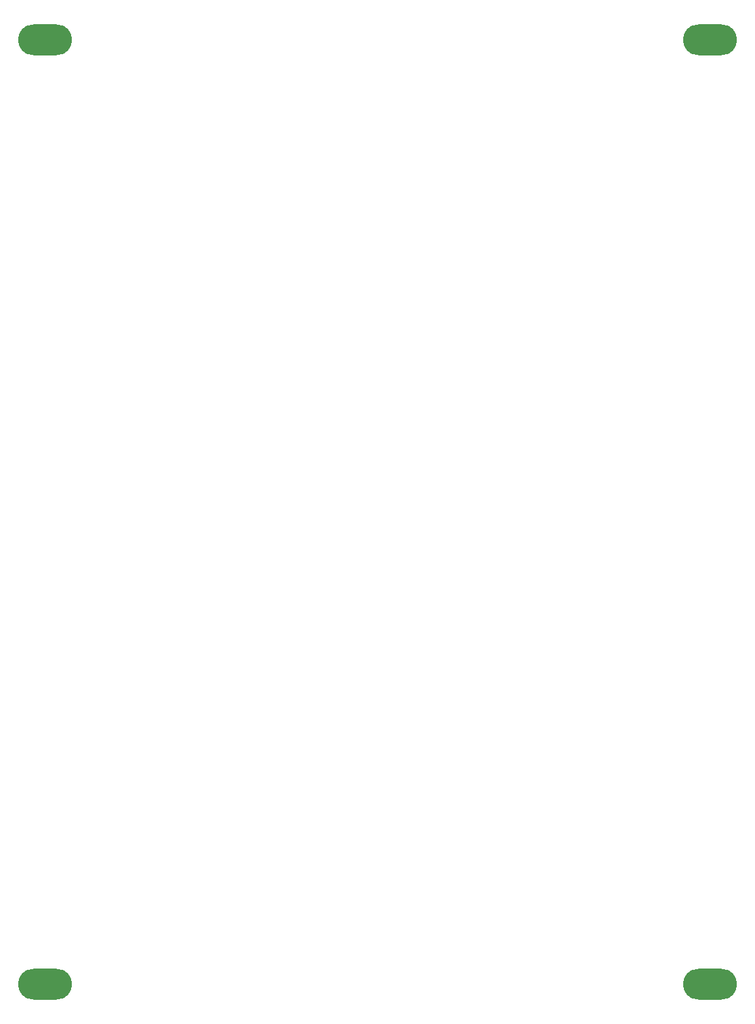
<source format=gts>
%TF.GenerationSoftware,KiCad,Pcbnew,(6.0.6-0)*%
%TF.CreationDate,2022-06-29T08:56:10+01:00*%
%TF.ProjectId,magnum-front-panel,6d61676e-756d-42d6-9672-6f6e742d7061,r03*%
%TF.SameCoordinates,Original*%
%TF.FileFunction,Soldermask,Top*%
%TF.FilePolarity,Negative*%
%FSLAX46Y46*%
G04 Gerber Fmt 4.6, Leading zero omitted, Abs format (unit mm)*
G04 Created by KiCad (PCBNEW (6.0.6-0)) date 2022-06-29 08:56:10*
%MOMM*%
%LPD*%
G01*
G04 APERTURE LIST*
%ADD10O,7.000000X4.000000*%
G04 APERTURE END LIST*
D10*
%TO.C,REF\u002A\u002A*%
X38500000Y-145500000D03*
%TD*%
%TO.C,REF\u002A\u002A*%
X124800000Y-145500000D03*
%TD*%
%TO.C,REF\u002A\u002A*%
X124800000Y-23000000D03*
%TD*%
%TO.C,REF\u002A\u002A*%
X38500000Y-23000000D03*
%TD*%
M02*

</source>
